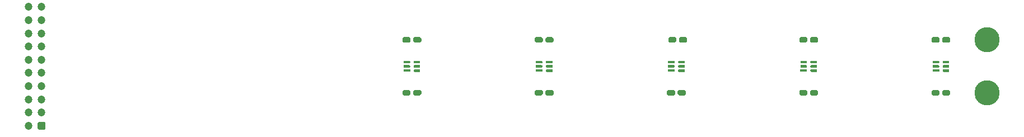
<source format=gbr>
%TF.GenerationSoftware,KiCad,Pcbnew,(5.1.7)-1*%
%TF.CreationDate,2020-11-11T22:14:19+01:00*%
%TF.ProjectId,rgb_sensor_v2,7267625f-7365-46e7-936f-725f76322e6b,rev?*%
%TF.SameCoordinates,Original*%
%TF.FileFunction,Soldermask,Bot*%
%TF.FilePolarity,Negative*%
%FSLAX46Y46*%
G04 Gerber Fmt 4.6, Leading zero omitted, Abs format (unit mm)*
G04 Created by KiCad (PCBNEW (5.1.7)-1) date 2020-11-11 22:14:19*
%MOMM*%
%LPD*%
G01*
G04 APERTURE LIST*
%ADD10C,1.200000*%
%ADD11C,3.800000*%
%ADD12C,0.100000*%
%ADD13R,1.000000X0.400000*%
G04 APERTURE END LIST*
D10*
%TO.C,J1*%
X90400000Y-88500000D03*
X90400000Y-90500000D03*
X90400000Y-92500000D03*
X90400000Y-94500000D03*
X90400000Y-96500000D03*
X90400000Y-98500000D03*
X90400000Y-100500000D03*
X90400000Y-102500000D03*
X90400000Y-104500000D03*
X90400000Y-106500000D03*
X92400000Y-88500000D03*
X92400000Y-90500000D03*
X92400000Y-92500000D03*
X92400000Y-94500000D03*
X92400000Y-96500000D03*
X92400000Y-98500000D03*
X92400000Y-100500000D03*
X92400000Y-102500000D03*
X92400000Y-104500000D03*
G36*
G01*
X92750001Y-107100000D02*
X92049999Y-107100000D01*
G75*
G02*
X91800000Y-106850001I0J249999D01*
G01*
X91800000Y-106149999D01*
G75*
G02*
X92049999Y-105900000I249999J0D01*
G01*
X92750001Y-105900000D01*
G75*
G02*
X93000000Y-106149999I0J-249999D01*
G01*
X93000000Y-106850001D01*
G75*
G02*
X92750001Y-107100000I-249999J0D01*
G01*
G37*
%TD*%
D11*
%TO.C,H2*%
X235400000Y-101500000D03*
%TD*%
%TO.C,H1*%
X235400000Y-93500000D03*
%TD*%
D12*
%TO.C,U5*%
G36*
X149650000Y-98349999D02*
G01*
X148850000Y-98349999D01*
X148834308Y-98349382D01*
X148818713Y-98347537D01*
X148803311Y-98344473D01*
X148788197Y-98340210D01*
X148773463Y-98334775D01*
X148759202Y-98328200D01*
X148745500Y-98320527D01*
X148732443Y-98311802D01*
X148720110Y-98302080D01*
X148708579Y-98291420D01*
X148697919Y-98279889D01*
X148688197Y-98267556D01*
X148679472Y-98254499D01*
X148671799Y-98240797D01*
X148665224Y-98226536D01*
X148659789Y-98211802D01*
X148655526Y-98196688D01*
X148652462Y-98181286D01*
X148650617Y-98165691D01*
X148650000Y-98149999D01*
X148650617Y-98134307D01*
X148652462Y-98118712D01*
X148655526Y-98103310D01*
X148659789Y-98088196D01*
X148665224Y-98073462D01*
X148671799Y-98059201D01*
X148679472Y-98045499D01*
X148688197Y-98032442D01*
X148697919Y-98020109D01*
X148708579Y-98008578D01*
X148720110Y-97997918D01*
X148732443Y-97988196D01*
X148745500Y-97979471D01*
X148759202Y-97971798D01*
X148773463Y-97965223D01*
X148788197Y-97959788D01*
X148803311Y-97955525D01*
X148818713Y-97952461D01*
X148834308Y-97950616D01*
X148850000Y-97949999D01*
X149650000Y-97949999D01*
X149650000Y-98349999D01*
G37*
G36*
X149650000Y-97699999D02*
G01*
X148850000Y-97699999D01*
X148834308Y-97699382D01*
X148818713Y-97697537D01*
X148803311Y-97694473D01*
X148788197Y-97690210D01*
X148773463Y-97684775D01*
X148759202Y-97678200D01*
X148745500Y-97670527D01*
X148732443Y-97661802D01*
X148720110Y-97652080D01*
X148708579Y-97641420D01*
X148697919Y-97629889D01*
X148688197Y-97617556D01*
X148679472Y-97604499D01*
X148671799Y-97590797D01*
X148665224Y-97576536D01*
X148659789Y-97561802D01*
X148655526Y-97546688D01*
X148652462Y-97531286D01*
X148650617Y-97515691D01*
X148650000Y-97499999D01*
X148650617Y-97484307D01*
X148652462Y-97468712D01*
X148655526Y-97453310D01*
X148659789Y-97438196D01*
X148665224Y-97423462D01*
X148671799Y-97409201D01*
X148679472Y-97395499D01*
X148688197Y-97382442D01*
X148697919Y-97370109D01*
X148708579Y-97358578D01*
X148720110Y-97347918D01*
X148732443Y-97338196D01*
X148745500Y-97329471D01*
X148759202Y-97321798D01*
X148773463Y-97315223D01*
X148788197Y-97309788D01*
X148803311Y-97305525D01*
X148818713Y-97302461D01*
X148834308Y-97300616D01*
X148850000Y-97299999D01*
X149650000Y-97299999D01*
X149650000Y-97699999D01*
G37*
G36*
X149650000Y-97049999D02*
G01*
X148850000Y-97049999D01*
X148834308Y-97049382D01*
X148818713Y-97047537D01*
X148803311Y-97044473D01*
X148788197Y-97040210D01*
X148773463Y-97034775D01*
X148759202Y-97028200D01*
X148745500Y-97020527D01*
X148732443Y-97011802D01*
X148720110Y-97002080D01*
X148708579Y-96991420D01*
X148697919Y-96979889D01*
X148688197Y-96967556D01*
X148679472Y-96954499D01*
X148671799Y-96940797D01*
X148665224Y-96926536D01*
X148659789Y-96911802D01*
X148655526Y-96896688D01*
X148652462Y-96881286D01*
X148650617Y-96865691D01*
X148650000Y-96849999D01*
X148650617Y-96834307D01*
X148652462Y-96818712D01*
X148655526Y-96803310D01*
X148659789Y-96788196D01*
X148665224Y-96773462D01*
X148671799Y-96759201D01*
X148679472Y-96745499D01*
X148688197Y-96732442D01*
X148697919Y-96720109D01*
X148708579Y-96708578D01*
X148720110Y-96697918D01*
X148732443Y-96688196D01*
X148745500Y-96679471D01*
X148759202Y-96671798D01*
X148773463Y-96665223D01*
X148788197Y-96659788D01*
X148803311Y-96655525D01*
X148818713Y-96652461D01*
X148834308Y-96650616D01*
X148850000Y-96649999D01*
X149650000Y-96649999D01*
X149650000Y-97049999D01*
G37*
G36*
X147965692Y-96650616D02*
G01*
X147981287Y-96652461D01*
X147996689Y-96655525D01*
X148011803Y-96659788D01*
X148026537Y-96665223D01*
X148040798Y-96671798D01*
X148054500Y-96679471D01*
X148067557Y-96688196D01*
X148079890Y-96697918D01*
X148091421Y-96708578D01*
X148102081Y-96720109D01*
X148111803Y-96732442D01*
X148120528Y-96745499D01*
X148128201Y-96759201D01*
X148134776Y-96773462D01*
X148140211Y-96788196D01*
X148144474Y-96803310D01*
X148147538Y-96818712D01*
X148149383Y-96834307D01*
X148150000Y-96849999D01*
X148149383Y-96865691D01*
X148147538Y-96881286D01*
X148144474Y-96896688D01*
X148140211Y-96911802D01*
X148134776Y-96926536D01*
X148128201Y-96940797D01*
X148120528Y-96954499D01*
X148111803Y-96967556D01*
X148102081Y-96979889D01*
X148091421Y-96991420D01*
X148079890Y-97002080D01*
X148067557Y-97011802D01*
X148054500Y-97020527D01*
X148040798Y-97028200D01*
X148026537Y-97034775D01*
X148011803Y-97040210D01*
X147996689Y-97044473D01*
X147981287Y-97047537D01*
X147965692Y-97049382D01*
X147950000Y-97049999D01*
X147150000Y-97049999D01*
X147150000Y-96649999D01*
X147950000Y-96649999D01*
X147965692Y-96650616D01*
G37*
G36*
X147965692Y-97300616D02*
G01*
X147981287Y-97302461D01*
X147996689Y-97305525D01*
X148011803Y-97309788D01*
X148026537Y-97315223D01*
X148040798Y-97321798D01*
X148054500Y-97329471D01*
X148067557Y-97338196D01*
X148079890Y-97347918D01*
X148091421Y-97358578D01*
X148102081Y-97370109D01*
X148111803Y-97382442D01*
X148120528Y-97395499D01*
X148128201Y-97409201D01*
X148134776Y-97423462D01*
X148140211Y-97438196D01*
X148144474Y-97453310D01*
X148147538Y-97468712D01*
X148149383Y-97484307D01*
X148150000Y-97499999D01*
X148149383Y-97515691D01*
X148147538Y-97531286D01*
X148144474Y-97546688D01*
X148140211Y-97561802D01*
X148134776Y-97576536D01*
X148128201Y-97590797D01*
X148120528Y-97604499D01*
X148111803Y-97617556D01*
X148102081Y-97629889D01*
X148091421Y-97641420D01*
X148079890Y-97652080D01*
X148067557Y-97661802D01*
X148054500Y-97670527D01*
X148040798Y-97678200D01*
X148026537Y-97684775D01*
X148011803Y-97690210D01*
X147996689Y-97694473D01*
X147981287Y-97697537D01*
X147965692Y-97699382D01*
X147950000Y-97699999D01*
X147150000Y-97699999D01*
X147150000Y-97299999D01*
X147950000Y-97299999D01*
X147965692Y-97300616D01*
G37*
D13*
X147650000Y-98149999D03*
%TD*%
D12*
%TO.C,U4*%
G36*
X169650000Y-98349999D02*
G01*
X168850000Y-98349999D01*
X168834308Y-98349382D01*
X168818713Y-98347537D01*
X168803311Y-98344473D01*
X168788197Y-98340210D01*
X168773463Y-98334775D01*
X168759202Y-98328200D01*
X168745500Y-98320527D01*
X168732443Y-98311802D01*
X168720110Y-98302080D01*
X168708579Y-98291420D01*
X168697919Y-98279889D01*
X168688197Y-98267556D01*
X168679472Y-98254499D01*
X168671799Y-98240797D01*
X168665224Y-98226536D01*
X168659789Y-98211802D01*
X168655526Y-98196688D01*
X168652462Y-98181286D01*
X168650617Y-98165691D01*
X168650000Y-98149999D01*
X168650617Y-98134307D01*
X168652462Y-98118712D01*
X168655526Y-98103310D01*
X168659789Y-98088196D01*
X168665224Y-98073462D01*
X168671799Y-98059201D01*
X168679472Y-98045499D01*
X168688197Y-98032442D01*
X168697919Y-98020109D01*
X168708579Y-98008578D01*
X168720110Y-97997918D01*
X168732443Y-97988196D01*
X168745500Y-97979471D01*
X168759202Y-97971798D01*
X168773463Y-97965223D01*
X168788197Y-97959788D01*
X168803311Y-97955525D01*
X168818713Y-97952461D01*
X168834308Y-97950616D01*
X168850000Y-97949999D01*
X169650000Y-97949999D01*
X169650000Y-98349999D01*
G37*
G36*
X169650000Y-97699999D02*
G01*
X168850000Y-97699999D01*
X168834308Y-97699382D01*
X168818713Y-97697537D01*
X168803311Y-97694473D01*
X168788197Y-97690210D01*
X168773463Y-97684775D01*
X168759202Y-97678200D01*
X168745500Y-97670527D01*
X168732443Y-97661802D01*
X168720110Y-97652080D01*
X168708579Y-97641420D01*
X168697919Y-97629889D01*
X168688197Y-97617556D01*
X168679472Y-97604499D01*
X168671799Y-97590797D01*
X168665224Y-97576536D01*
X168659789Y-97561802D01*
X168655526Y-97546688D01*
X168652462Y-97531286D01*
X168650617Y-97515691D01*
X168650000Y-97499999D01*
X168650617Y-97484307D01*
X168652462Y-97468712D01*
X168655526Y-97453310D01*
X168659789Y-97438196D01*
X168665224Y-97423462D01*
X168671799Y-97409201D01*
X168679472Y-97395499D01*
X168688197Y-97382442D01*
X168697919Y-97370109D01*
X168708579Y-97358578D01*
X168720110Y-97347918D01*
X168732443Y-97338196D01*
X168745500Y-97329471D01*
X168759202Y-97321798D01*
X168773463Y-97315223D01*
X168788197Y-97309788D01*
X168803311Y-97305525D01*
X168818713Y-97302461D01*
X168834308Y-97300616D01*
X168850000Y-97299999D01*
X169650000Y-97299999D01*
X169650000Y-97699999D01*
G37*
G36*
X169650000Y-97049999D02*
G01*
X168850000Y-97049999D01*
X168834308Y-97049382D01*
X168818713Y-97047537D01*
X168803311Y-97044473D01*
X168788197Y-97040210D01*
X168773463Y-97034775D01*
X168759202Y-97028200D01*
X168745500Y-97020527D01*
X168732443Y-97011802D01*
X168720110Y-97002080D01*
X168708579Y-96991420D01*
X168697919Y-96979889D01*
X168688197Y-96967556D01*
X168679472Y-96954499D01*
X168671799Y-96940797D01*
X168665224Y-96926536D01*
X168659789Y-96911802D01*
X168655526Y-96896688D01*
X168652462Y-96881286D01*
X168650617Y-96865691D01*
X168650000Y-96849999D01*
X168650617Y-96834307D01*
X168652462Y-96818712D01*
X168655526Y-96803310D01*
X168659789Y-96788196D01*
X168665224Y-96773462D01*
X168671799Y-96759201D01*
X168679472Y-96745499D01*
X168688197Y-96732442D01*
X168697919Y-96720109D01*
X168708579Y-96708578D01*
X168720110Y-96697918D01*
X168732443Y-96688196D01*
X168745500Y-96679471D01*
X168759202Y-96671798D01*
X168773463Y-96665223D01*
X168788197Y-96659788D01*
X168803311Y-96655525D01*
X168818713Y-96652461D01*
X168834308Y-96650616D01*
X168850000Y-96649999D01*
X169650000Y-96649999D01*
X169650000Y-97049999D01*
G37*
G36*
X167965692Y-96650616D02*
G01*
X167981287Y-96652461D01*
X167996689Y-96655525D01*
X168011803Y-96659788D01*
X168026537Y-96665223D01*
X168040798Y-96671798D01*
X168054500Y-96679471D01*
X168067557Y-96688196D01*
X168079890Y-96697918D01*
X168091421Y-96708578D01*
X168102081Y-96720109D01*
X168111803Y-96732442D01*
X168120528Y-96745499D01*
X168128201Y-96759201D01*
X168134776Y-96773462D01*
X168140211Y-96788196D01*
X168144474Y-96803310D01*
X168147538Y-96818712D01*
X168149383Y-96834307D01*
X168150000Y-96849999D01*
X168149383Y-96865691D01*
X168147538Y-96881286D01*
X168144474Y-96896688D01*
X168140211Y-96911802D01*
X168134776Y-96926536D01*
X168128201Y-96940797D01*
X168120528Y-96954499D01*
X168111803Y-96967556D01*
X168102081Y-96979889D01*
X168091421Y-96991420D01*
X168079890Y-97002080D01*
X168067557Y-97011802D01*
X168054500Y-97020527D01*
X168040798Y-97028200D01*
X168026537Y-97034775D01*
X168011803Y-97040210D01*
X167996689Y-97044473D01*
X167981287Y-97047537D01*
X167965692Y-97049382D01*
X167950000Y-97049999D01*
X167150000Y-97049999D01*
X167150000Y-96649999D01*
X167950000Y-96649999D01*
X167965692Y-96650616D01*
G37*
G36*
X167965692Y-97300616D02*
G01*
X167981287Y-97302461D01*
X167996689Y-97305525D01*
X168011803Y-97309788D01*
X168026537Y-97315223D01*
X168040798Y-97321798D01*
X168054500Y-97329471D01*
X168067557Y-97338196D01*
X168079890Y-97347918D01*
X168091421Y-97358578D01*
X168102081Y-97370109D01*
X168111803Y-97382442D01*
X168120528Y-97395499D01*
X168128201Y-97409201D01*
X168134776Y-97423462D01*
X168140211Y-97438196D01*
X168144474Y-97453310D01*
X168147538Y-97468712D01*
X168149383Y-97484307D01*
X168150000Y-97499999D01*
X168149383Y-97515691D01*
X168147538Y-97531286D01*
X168144474Y-97546688D01*
X168140211Y-97561802D01*
X168134776Y-97576536D01*
X168128201Y-97590797D01*
X168120528Y-97604499D01*
X168111803Y-97617556D01*
X168102081Y-97629889D01*
X168091421Y-97641420D01*
X168079890Y-97652080D01*
X168067557Y-97661802D01*
X168054500Y-97670527D01*
X168040798Y-97678200D01*
X168026537Y-97684775D01*
X168011803Y-97690210D01*
X167996689Y-97694473D01*
X167981287Y-97697537D01*
X167965692Y-97699382D01*
X167950000Y-97699999D01*
X167150000Y-97699999D01*
X167150000Y-97299999D01*
X167950000Y-97299999D01*
X167965692Y-97300616D01*
G37*
D13*
X167650000Y-98149999D03*
%TD*%
D12*
%TO.C,U3*%
G36*
X189650000Y-98349999D02*
G01*
X188850000Y-98349999D01*
X188834308Y-98349382D01*
X188818713Y-98347537D01*
X188803311Y-98344473D01*
X188788197Y-98340210D01*
X188773463Y-98334775D01*
X188759202Y-98328200D01*
X188745500Y-98320527D01*
X188732443Y-98311802D01*
X188720110Y-98302080D01*
X188708579Y-98291420D01*
X188697919Y-98279889D01*
X188688197Y-98267556D01*
X188679472Y-98254499D01*
X188671799Y-98240797D01*
X188665224Y-98226536D01*
X188659789Y-98211802D01*
X188655526Y-98196688D01*
X188652462Y-98181286D01*
X188650617Y-98165691D01*
X188650000Y-98149999D01*
X188650617Y-98134307D01*
X188652462Y-98118712D01*
X188655526Y-98103310D01*
X188659789Y-98088196D01*
X188665224Y-98073462D01*
X188671799Y-98059201D01*
X188679472Y-98045499D01*
X188688197Y-98032442D01*
X188697919Y-98020109D01*
X188708579Y-98008578D01*
X188720110Y-97997918D01*
X188732443Y-97988196D01*
X188745500Y-97979471D01*
X188759202Y-97971798D01*
X188773463Y-97965223D01*
X188788197Y-97959788D01*
X188803311Y-97955525D01*
X188818713Y-97952461D01*
X188834308Y-97950616D01*
X188850000Y-97949999D01*
X189650000Y-97949999D01*
X189650000Y-98349999D01*
G37*
G36*
X189650000Y-97699999D02*
G01*
X188850000Y-97699999D01*
X188834308Y-97699382D01*
X188818713Y-97697537D01*
X188803311Y-97694473D01*
X188788197Y-97690210D01*
X188773463Y-97684775D01*
X188759202Y-97678200D01*
X188745500Y-97670527D01*
X188732443Y-97661802D01*
X188720110Y-97652080D01*
X188708579Y-97641420D01*
X188697919Y-97629889D01*
X188688197Y-97617556D01*
X188679472Y-97604499D01*
X188671799Y-97590797D01*
X188665224Y-97576536D01*
X188659789Y-97561802D01*
X188655526Y-97546688D01*
X188652462Y-97531286D01*
X188650617Y-97515691D01*
X188650000Y-97499999D01*
X188650617Y-97484307D01*
X188652462Y-97468712D01*
X188655526Y-97453310D01*
X188659789Y-97438196D01*
X188665224Y-97423462D01*
X188671799Y-97409201D01*
X188679472Y-97395499D01*
X188688197Y-97382442D01*
X188697919Y-97370109D01*
X188708579Y-97358578D01*
X188720110Y-97347918D01*
X188732443Y-97338196D01*
X188745500Y-97329471D01*
X188759202Y-97321798D01*
X188773463Y-97315223D01*
X188788197Y-97309788D01*
X188803311Y-97305525D01*
X188818713Y-97302461D01*
X188834308Y-97300616D01*
X188850000Y-97299999D01*
X189650000Y-97299999D01*
X189650000Y-97699999D01*
G37*
G36*
X189650000Y-97049999D02*
G01*
X188850000Y-97049999D01*
X188834308Y-97049382D01*
X188818713Y-97047537D01*
X188803311Y-97044473D01*
X188788197Y-97040210D01*
X188773463Y-97034775D01*
X188759202Y-97028200D01*
X188745500Y-97020527D01*
X188732443Y-97011802D01*
X188720110Y-97002080D01*
X188708579Y-96991420D01*
X188697919Y-96979889D01*
X188688197Y-96967556D01*
X188679472Y-96954499D01*
X188671799Y-96940797D01*
X188665224Y-96926536D01*
X188659789Y-96911802D01*
X188655526Y-96896688D01*
X188652462Y-96881286D01*
X188650617Y-96865691D01*
X188650000Y-96849999D01*
X188650617Y-96834307D01*
X188652462Y-96818712D01*
X188655526Y-96803310D01*
X188659789Y-96788196D01*
X188665224Y-96773462D01*
X188671799Y-96759201D01*
X188679472Y-96745499D01*
X188688197Y-96732442D01*
X188697919Y-96720109D01*
X188708579Y-96708578D01*
X188720110Y-96697918D01*
X188732443Y-96688196D01*
X188745500Y-96679471D01*
X188759202Y-96671798D01*
X188773463Y-96665223D01*
X188788197Y-96659788D01*
X188803311Y-96655525D01*
X188818713Y-96652461D01*
X188834308Y-96650616D01*
X188850000Y-96649999D01*
X189650000Y-96649999D01*
X189650000Y-97049999D01*
G37*
G36*
X187965692Y-96650616D02*
G01*
X187981287Y-96652461D01*
X187996689Y-96655525D01*
X188011803Y-96659788D01*
X188026537Y-96665223D01*
X188040798Y-96671798D01*
X188054500Y-96679471D01*
X188067557Y-96688196D01*
X188079890Y-96697918D01*
X188091421Y-96708578D01*
X188102081Y-96720109D01*
X188111803Y-96732442D01*
X188120528Y-96745499D01*
X188128201Y-96759201D01*
X188134776Y-96773462D01*
X188140211Y-96788196D01*
X188144474Y-96803310D01*
X188147538Y-96818712D01*
X188149383Y-96834307D01*
X188150000Y-96849999D01*
X188149383Y-96865691D01*
X188147538Y-96881286D01*
X188144474Y-96896688D01*
X188140211Y-96911802D01*
X188134776Y-96926536D01*
X188128201Y-96940797D01*
X188120528Y-96954499D01*
X188111803Y-96967556D01*
X188102081Y-96979889D01*
X188091421Y-96991420D01*
X188079890Y-97002080D01*
X188067557Y-97011802D01*
X188054500Y-97020527D01*
X188040798Y-97028200D01*
X188026537Y-97034775D01*
X188011803Y-97040210D01*
X187996689Y-97044473D01*
X187981287Y-97047537D01*
X187965692Y-97049382D01*
X187950000Y-97049999D01*
X187150000Y-97049999D01*
X187150000Y-96649999D01*
X187950000Y-96649999D01*
X187965692Y-96650616D01*
G37*
G36*
X187965692Y-97300616D02*
G01*
X187981287Y-97302461D01*
X187996689Y-97305525D01*
X188011803Y-97309788D01*
X188026537Y-97315223D01*
X188040798Y-97321798D01*
X188054500Y-97329471D01*
X188067557Y-97338196D01*
X188079890Y-97347918D01*
X188091421Y-97358578D01*
X188102081Y-97370109D01*
X188111803Y-97382442D01*
X188120528Y-97395499D01*
X188128201Y-97409201D01*
X188134776Y-97423462D01*
X188140211Y-97438196D01*
X188144474Y-97453310D01*
X188147538Y-97468712D01*
X188149383Y-97484307D01*
X188150000Y-97499999D01*
X188149383Y-97515691D01*
X188147538Y-97531286D01*
X188144474Y-97546688D01*
X188140211Y-97561802D01*
X188134776Y-97576536D01*
X188128201Y-97590797D01*
X188120528Y-97604499D01*
X188111803Y-97617556D01*
X188102081Y-97629889D01*
X188091421Y-97641420D01*
X188079890Y-97652080D01*
X188067557Y-97661802D01*
X188054500Y-97670527D01*
X188040798Y-97678200D01*
X188026537Y-97684775D01*
X188011803Y-97690210D01*
X187996689Y-97694473D01*
X187981287Y-97697537D01*
X187965692Y-97699382D01*
X187950000Y-97699999D01*
X187150000Y-97699999D01*
X187150000Y-97299999D01*
X187950000Y-97299999D01*
X187965692Y-97300616D01*
G37*
D13*
X187650000Y-98149999D03*
%TD*%
D12*
%TO.C,U2*%
G36*
X209650000Y-98349999D02*
G01*
X208850000Y-98349999D01*
X208834308Y-98349382D01*
X208818713Y-98347537D01*
X208803311Y-98344473D01*
X208788197Y-98340210D01*
X208773463Y-98334775D01*
X208759202Y-98328200D01*
X208745500Y-98320527D01*
X208732443Y-98311802D01*
X208720110Y-98302080D01*
X208708579Y-98291420D01*
X208697919Y-98279889D01*
X208688197Y-98267556D01*
X208679472Y-98254499D01*
X208671799Y-98240797D01*
X208665224Y-98226536D01*
X208659789Y-98211802D01*
X208655526Y-98196688D01*
X208652462Y-98181286D01*
X208650617Y-98165691D01*
X208650000Y-98149999D01*
X208650617Y-98134307D01*
X208652462Y-98118712D01*
X208655526Y-98103310D01*
X208659789Y-98088196D01*
X208665224Y-98073462D01*
X208671799Y-98059201D01*
X208679472Y-98045499D01*
X208688197Y-98032442D01*
X208697919Y-98020109D01*
X208708579Y-98008578D01*
X208720110Y-97997918D01*
X208732443Y-97988196D01*
X208745500Y-97979471D01*
X208759202Y-97971798D01*
X208773463Y-97965223D01*
X208788197Y-97959788D01*
X208803311Y-97955525D01*
X208818713Y-97952461D01*
X208834308Y-97950616D01*
X208850000Y-97949999D01*
X209650000Y-97949999D01*
X209650000Y-98349999D01*
G37*
G36*
X209650000Y-97699999D02*
G01*
X208850000Y-97699999D01*
X208834308Y-97699382D01*
X208818713Y-97697537D01*
X208803311Y-97694473D01*
X208788197Y-97690210D01*
X208773463Y-97684775D01*
X208759202Y-97678200D01*
X208745500Y-97670527D01*
X208732443Y-97661802D01*
X208720110Y-97652080D01*
X208708579Y-97641420D01*
X208697919Y-97629889D01*
X208688197Y-97617556D01*
X208679472Y-97604499D01*
X208671799Y-97590797D01*
X208665224Y-97576536D01*
X208659789Y-97561802D01*
X208655526Y-97546688D01*
X208652462Y-97531286D01*
X208650617Y-97515691D01*
X208650000Y-97499999D01*
X208650617Y-97484307D01*
X208652462Y-97468712D01*
X208655526Y-97453310D01*
X208659789Y-97438196D01*
X208665224Y-97423462D01*
X208671799Y-97409201D01*
X208679472Y-97395499D01*
X208688197Y-97382442D01*
X208697919Y-97370109D01*
X208708579Y-97358578D01*
X208720110Y-97347918D01*
X208732443Y-97338196D01*
X208745500Y-97329471D01*
X208759202Y-97321798D01*
X208773463Y-97315223D01*
X208788197Y-97309788D01*
X208803311Y-97305525D01*
X208818713Y-97302461D01*
X208834308Y-97300616D01*
X208850000Y-97299999D01*
X209650000Y-97299999D01*
X209650000Y-97699999D01*
G37*
G36*
X209650000Y-97049999D02*
G01*
X208850000Y-97049999D01*
X208834308Y-97049382D01*
X208818713Y-97047537D01*
X208803311Y-97044473D01*
X208788197Y-97040210D01*
X208773463Y-97034775D01*
X208759202Y-97028200D01*
X208745500Y-97020527D01*
X208732443Y-97011802D01*
X208720110Y-97002080D01*
X208708579Y-96991420D01*
X208697919Y-96979889D01*
X208688197Y-96967556D01*
X208679472Y-96954499D01*
X208671799Y-96940797D01*
X208665224Y-96926536D01*
X208659789Y-96911802D01*
X208655526Y-96896688D01*
X208652462Y-96881286D01*
X208650617Y-96865691D01*
X208650000Y-96849999D01*
X208650617Y-96834307D01*
X208652462Y-96818712D01*
X208655526Y-96803310D01*
X208659789Y-96788196D01*
X208665224Y-96773462D01*
X208671799Y-96759201D01*
X208679472Y-96745499D01*
X208688197Y-96732442D01*
X208697919Y-96720109D01*
X208708579Y-96708578D01*
X208720110Y-96697918D01*
X208732443Y-96688196D01*
X208745500Y-96679471D01*
X208759202Y-96671798D01*
X208773463Y-96665223D01*
X208788197Y-96659788D01*
X208803311Y-96655525D01*
X208818713Y-96652461D01*
X208834308Y-96650616D01*
X208850000Y-96649999D01*
X209650000Y-96649999D01*
X209650000Y-97049999D01*
G37*
G36*
X207965692Y-96650616D02*
G01*
X207981287Y-96652461D01*
X207996689Y-96655525D01*
X208011803Y-96659788D01*
X208026537Y-96665223D01*
X208040798Y-96671798D01*
X208054500Y-96679471D01*
X208067557Y-96688196D01*
X208079890Y-96697918D01*
X208091421Y-96708578D01*
X208102081Y-96720109D01*
X208111803Y-96732442D01*
X208120528Y-96745499D01*
X208128201Y-96759201D01*
X208134776Y-96773462D01*
X208140211Y-96788196D01*
X208144474Y-96803310D01*
X208147538Y-96818712D01*
X208149383Y-96834307D01*
X208150000Y-96849999D01*
X208149383Y-96865691D01*
X208147538Y-96881286D01*
X208144474Y-96896688D01*
X208140211Y-96911802D01*
X208134776Y-96926536D01*
X208128201Y-96940797D01*
X208120528Y-96954499D01*
X208111803Y-96967556D01*
X208102081Y-96979889D01*
X208091421Y-96991420D01*
X208079890Y-97002080D01*
X208067557Y-97011802D01*
X208054500Y-97020527D01*
X208040798Y-97028200D01*
X208026537Y-97034775D01*
X208011803Y-97040210D01*
X207996689Y-97044473D01*
X207981287Y-97047537D01*
X207965692Y-97049382D01*
X207950000Y-97049999D01*
X207150000Y-97049999D01*
X207150000Y-96649999D01*
X207950000Y-96649999D01*
X207965692Y-96650616D01*
G37*
G36*
X207965692Y-97300616D02*
G01*
X207981287Y-97302461D01*
X207996689Y-97305525D01*
X208011803Y-97309788D01*
X208026537Y-97315223D01*
X208040798Y-97321798D01*
X208054500Y-97329471D01*
X208067557Y-97338196D01*
X208079890Y-97347918D01*
X208091421Y-97358578D01*
X208102081Y-97370109D01*
X208111803Y-97382442D01*
X208120528Y-97395499D01*
X208128201Y-97409201D01*
X208134776Y-97423462D01*
X208140211Y-97438196D01*
X208144474Y-97453310D01*
X208147538Y-97468712D01*
X208149383Y-97484307D01*
X208150000Y-97499999D01*
X208149383Y-97515691D01*
X208147538Y-97531286D01*
X208144474Y-97546688D01*
X208140211Y-97561802D01*
X208134776Y-97576536D01*
X208128201Y-97590797D01*
X208120528Y-97604499D01*
X208111803Y-97617556D01*
X208102081Y-97629889D01*
X208091421Y-97641420D01*
X208079890Y-97652080D01*
X208067557Y-97661802D01*
X208054500Y-97670527D01*
X208040798Y-97678200D01*
X208026537Y-97684775D01*
X208011803Y-97690210D01*
X207996689Y-97694473D01*
X207981287Y-97697537D01*
X207965692Y-97699382D01*
X207950000Y-97699999D01*
X207150000Y-97699999D01*
X207150000Y-97299999D01*
X207950000Y-97299999D01*
X207965692Y-97300616D01*
G37*
D13*
X207650000Y-98149999D03*
%TD*%
D12*
%TO.C,U1*%
G36*
X229650000Y-98349999D02*
G01*
X228850000Y-98349999D01*
X228834308Y-98349382D01*
X228818713Y-98347537D01*
X228803311Y-98344473D01*
X228788197Y-98340210D01*
X228773463Y-98334775D01*
X228759202Y-98328200D01*
X228745500Y-98320527D01*
X228732443Y-98311802D01*
X228720110Y-98302080D01*
X228708579Y-98291420D01*
X228697919Y-98279889D01*
X228688197Y-98267556D01*
X228679472Y-98254499D01*
X228671799Y-98240797D01*
X228665224Y-98226536D01*
X228659789Y-98211802D01*
X228655526Y-98196688D01*
X228652462Y-98181286D01*
X228650617Y-98165691D01*
X228650000Y-98149999D01*
X228650617Y-98134307D01*
X228652462Y-98118712D01*
X228655526Y-98103310D01*
X228659789Y-98088196D01*
X228665224Y-98073462D01*
X228671799Y-98059201D01*
X228679472Y-98045499D01*
X228688197Y-98032442D01*
X228697919Y-98020109D01*
X228708579Y-98008578D01*
X228720110Y-97997918D01*
X228732443Y-97988196D01*
X228745500Y-97979471D01*
X228759202Y-97971798D01*
X228773463Y-97965223D01*
X228788197Y-97959788D01*
X228803311Y-97955525D01*
X228818713Y-97952461D01*
X228834308Y-97950616D01*
X228850000Y-97949999D01*
X229650000Y-97949999D01*
X229650000Y-98349999D01*
G37*
G36*
X229650000Y-97699999D02*
G01*
X228850000Y-97699999D01*
X228834308Y-97699382D01*
X228818713Y-97697537D01*
X228803311Y-97694473D01*
X228788197Y-97690210D01*
X228773463Y-97684775D01*
X228759202Y-97678200D01*
X228745500Y-97670527D01*
X228732443Y-97661802D01*
X228720110Y-97652080D01*
X228708579Y-97641420D01*
X228697919Y-97629889D01*
X228688197Y-97617556D01*
X228679472Y-97604499D01*
X228671799Y-97590797D01*
X228665224Y-97576536D01*
X228659789Y-97561802D01*
X228655526Y-97546688D01*
X228652462Y-97531286D01*
X228650617Y-97515691D01*
X228650000Y-97499999D01*
X228650617Y-97484307D01*
X228652462Y-97468712D01*
X228655526Y-97453310D01*
X228659789Y-97438196D01*
X228665224Y-97423462D01*
X228671799Y-97409201D01*
X228679472Y-97395499D01*
X228688197Y-97382442D01*
X228697919Y-97370109D01*
X228708579Y-97358578D01*
X228720110Y-97347918D01*
X228732443Y-97338196D01*
X228745500Y-97329471D01*
X228759202Y-97321798D01*
X228773463Y-97315223D01*
X228788197Y-97309788D01*
X228803311Y-97305525D01*
X228818713Y-97302461D01*
X228834308Y-97300616D01*
X228850000Y-97299999D01*
X229650000Y-97299999D01*
X229650000Y-97699999D01*
G37*
G36*
X229650000Y-97049999D02*
G01*
X228850000Y-97049999D01*
X228834308Y-97049382D01*
X228818713Y-97047537D01*
X228803311Y-97044473D01*
X228788197Y-97040210D01*
X228773463Y-97034775D01*
X228759202Y-97028200D01*
X228745500Y-97020527D01*
X228732443Y-97011802D01*
X228720110Y-97002080D01*
X228708579Y-96991420D01*
X228697919Y-96979889D01*
X228688197Y-96967556D01*
X228679472Y-96954499D01*
X228671799Y-96940797D01*
X228665224Y-96926536D01*
X228659789Y-96911802D01*
X228655526Y-96896688D01*
X228652462Y-96881286D01*
X228650617Y-96865691D01*
X228650000Y-96849999D01*
X228650617Y-96834307D01*
X228652462Y-96818712D01*
X228655526Y-96803310D01*
X228659789Y-96788196D01*
X228665224Y-96773462D01*
X228671799Y-96759201D01*
X228679472Y-96745499D01*
X228688197Y-96732442D01*
X228697919Y-96720109D01*
X228708579Y-96708578D01*
X228720110Y-96697918D01*
X228732443Y-96688196D01*
X228745500Y-96679471D01*
X228759202Y-96671798D01*
X228773463Y-96665223D01*
X228788197Y-96659788D01*
X228803311Y-96655525D01*
X228818713Y-96652461D01*
X228834308Y-96650616D01*
X228850000Y-96649999D01*
X229650000Y-96649999D01*
X229650000Y-97049999D01*
G37*
G36*
X227965692Y-96650616D02*
G01*
X227981287Y-96652461D01*
X227996689Y-96655525D01*
X228011803Y-96659788D01*
X228026537Y-96665223D01*
X228040798Y-96671798D01*
X228054500Y-96679471D01*
X228067557Y-96688196D01*
X228079890Y-96697918D01*
X228091421Y-96708578D01*
X228102081Y-96720109D01*
X228111803Y-96732442D01*
X228120528Y-96745499D01*
X228128201Y-96759201D01*
X228134776Y-96773462D01*
X228140211Y-96788196D01*
X228144474Y-96803310D01*
X228147538Y-96818712D01*
X228149383Y-96834307D01*
X228150000Y-96849999D01*
X228149383Y-96865691D01*
X228147538Y-96881286D01*
X228144474Y-96896688D01*
X228140211Y-96911802D01*
X228134776Y-96926536D01*
X228128201Y-96940797D01*
X228120528Y-96954499D01*
X228111803Y-96967556D01*
X228102081Y-96979889D01*
X228091421Y-96991420D01*
X228079890Y-97002080D01*
X228067557Y-97011802D01*
X228054500Y-97020527D01*
X228040798Y-97028200D01*
X228026537Y-97034775D01*
X228011803Y-97040210D01*
X227996689Y-97044473D01*
X227981287Y-97047537D01*
X227965692Y-97049382D01*
X227950000Y-97049999D01*
X227150000Y-97049999D01*
X227150000Y-96649999D01*
X227950000Y-96649999D01*
X227965692Y-96650616D01*
G37*
G36*
X227965692Y-97300616D02*
G01*
X227981287Y-97302461D01*
X227996689Y-97305525D01*
X228011803Y-97309788D01*
X228026537Y-97315223D01*
X228040798Y-97321798D01*
X228054500Y-97329471D01*
X228067557Y-97338196D01*
X228079890Y-97347918D01*
X228091421Y-97358578D01*
X228102081Y-97370109D01*
X228111803Y-97382442D01*
X228120528Y-97395499D01*
X228128201Y-97409201D01*
X228134776Y-97423462D01*
X228140211Y-97438196D01*
X228144474Y-97453310D01*
X228147538Y-97468712D01*
X228149383Y-97484307D01*
X228150000Y-97499999D01*
X228149383Y-97515691D01*
X228147538Y-97531286D01*
X228144474Y-97546688D01*
X228140211Y-97561802D01*
X228134776Y-97576536D01*
X228128201Y-97590797D01*
X228120528Y-97604499D01*
X228111803Y-97617556D01*
X228102081Y-97629889D01*
X228091421Y-97641420D01*
X228079890Y-97652080D01*
X228067557Y-97661802D01*
X228054500Y-97670527D01*
X228040798Y-97678200D01*
X228026537Y-97684775D01*
X228011803Y-97690210D01*
X227996689Y-97694473D01*
X227981287Y-97697537D01*
X227965692Y-97699382D01*
X227950000Y-97699999D01*
X227150000Y-97699999D01*
X227150000Y-97299999D01*
X227950000Y-97299999D01*
X227965692Y-97300616D01*
G37*
D13*
X227650000Y-98149999D03*
%TD*%
%TO.C,D10*%
G36*
G01*
X148600000Y-93712500D02*
X148600000Y-93287500D01*
G75*
G02*
X148812500Y-93075000I212500J0D01*
G01*
X149612500Y-93075000D01*
G75*
G02*
X149825000Y-93287500I0J-212500D01*
G01*
X149825000Y-93712500D01*
G75*
G02*
X149612500Y-93925000I-212500J0D01*
G01*
X148812500Y-93925000D01*
G75*
G02*
X148600000Y-93712500I0J212500D01*
G01*
G37*
G36*
G01*
X146975000Y-93712500D02*
X146975000Y-93287500D01*
G75*
G02*
X147187500Y-93075000I212500J0D01*
G01*
X147987500Y-93075000D01*
G75*
G02*
X148200000Y-93287500I0J-212500D01*
G01*
X148200000Y-93712500D01*
G75*
G02*
X147987500Y-93925000I-212500J0D01*
G01*
X147187500Y-93925000D01*
G75*
G02*
X146975000Y-93712500I0J212500D01*
G01*
G37*
%TD*%
%TO.C,D9*%
G36*
G01*
X148600000Y-101712500D02*
X148600000Y-101287500D01*
G75*
G02*
X148812500Y-101075000I212500J0D01*
G01*
X149612500Y-101075000D01*
G75*
G02*
X149825000Y-101287500I0J-212500D01*
G01*
X149825000Y-101712500D01*
G75*
G02*
X149612500Y-101925000I-212500J0D01*
G01*
X148812500Y-101925000D01*
G75*
G02*
X148600000Y-101712500I0J212500D01*
G01*
G37*
G36*
G01*
X146975000Y-101712500D02*
X146975000Y-101287500D01*
G75*
G02*
X147187500Y-101075000I212500J0D01*
G01*
X147987500Y-101075000D01*
G75*
G02*
X148200000Y-101287500I0J-212500D01*
G01*
X148200000Y-101712500D01*
G75*
G02*
X147987500Y-101925000I-212500J0D01*
G01*
X147187500Y-101925000D01*
G75*
G02*
X146975000Y-101712500I0J212500D01*
G01*
G37*
%TD*%
%TO.C,D8*%
G36*
G01*
X168600000Y-93712500D02*
X168600000Y-93287500D01*
G75*
G02*
X168812500Y-93075000I212500J0D01*
G01*
X169612500Y-93075000D01*
G75*
G02*
X169825000Y-93287500I0J-212500D01*
G01*
X169825000Y-93712500D01*
G75*
G02*
X169612500Y-93925000I-212500J0D01*
G01*
X168812500Y-93925000D01*
G75*
G02*
X168600000Y-93712500I0J212500D01*
G01*
G37*
G36*
G01*
X166975000Y-93712500D02*
X166975000Y-93287500D01*
G75*
G02*
X167187500Y-93075000I212500J0D01*
G01*
X167987500Y-93075000D01*
G75*
G02*
X168200000Y-93287500I0J-212500D01*
G01*
X168200000Y-93712500D01*
G75*
G02*
X167987500Y-93925000I-212500J0D01*
G01*
X167187500Y-93925000D01*
G75*
G02*
X166975000Y-93712500I0J212500D01*
G01*
G37*
%TD*%
%TO.C,D7*%
G36*
G01*
X168600000Y-101712500D02*
X168600000Y-101287500D01*
G75*
G02*
X168812500Y-101075000I212500J0D01*
G01*
X169612500Y-101075000D01*
G75*
G02*
X169825000Y-101287500I0J-212500D01*
G01*
X169825000Y-101712500D01*
G75*
G02*
X169612500Y-101925000I-212500J0D01*
G01*
X168812500Y-101925000D01*
G75*
G02*
X168600000Y-101712500I0J212500D01*
G01*
G37*
G36*
G01*
X166975000Y-101712500D02*
X166975000Y-101287500D01*
G75*
G02*
X167187500Y-101075000I212500J0D01*
G01*
X167987500Y-101075000D01*
G75*
G02*
X168200000Y-101287500I0J-212500D01*
G01*
X168200000Y-101712500D01*
G75*
G02*
X167987500Y-101925000I-212500J0D01*
G01*
X167187500Y-101925000D01*
G75*
G02*
X166975000Y-101712500I0J212500D01*
G01*
G37*
%TD*%
%TO.C,D6*%
G36*
G01*
X188787500Y-93712500D02*
X188787500Y-93287500D01*
G75*
G02*
X189000000Y-93075000I212500J0D01*
G01*
X189800000Y-93075000D01*
G75*
G02*
X190012500Y-93287500I0J-212500D01*
G01*
X190012500Y-93712500D01*
G75*
G02*
X189800000Y-93925000I-212500J0D01*
G01*
X189000000Y-93925000D01*
G75*
G02*
X188787500Y-93712500I0J212500D01*
G01*
G37*
G36*
G01*
X187162500Y-93712500D02*
X187162500Y-93287500D01*
G75*
G02*
X187375000Y-93075000I212500J0D01*
G01*
X188175000Y-93075000D01*
G75*
G02*
X188387500Y-93287500I0J-212500D01*
G01*
X188387500Y-93712500D01*
G75*
G02*
X188175000Y-93925000I-212500J0D01*
G01*
X187375000Y-93925000D01*
G75*
G02*
X187162500Y-93712500I0J212500D01*
G01*
G37*
%TD*%
%TO.C,D5*%
G36*
G01*
X188600000Y-101712500D02*
X188600000Y-101287500D01*
G75*
G02*
X188812500Y-101075000I212500J0D01*
G01*
X189612500Y-101075000D01*
G75*
G02*
X189825000Y-101287500I0J-212500D01*
G01*
X189825000Y-101712500D01*
G75*
G02*
X189612500Y-101925000I-212500J0D01*
G01*
X188812500Y-101925000D01*
G75*
G02*
X188600000Y-101712500I0J212500D01*
G01*
G37*
G36*
G01*
X186975000Y-101712500D02*
X186975000Y-101287500D01*
G75*
G02*
X187187500Y-101075000I212500J0D01*
G01*
X187987500Y-101075000D01*
G75*
G02*
X188200000Y-101287500I0J-212500D01*
G01*
X188200000Y-101712500D01*
G75*
G02*
X187987500Y-101925000I-212500J0D01*
G01*
X187187500Y-101925000D01*
G75*
G02*
X186975000Y-101712500I0J212500D01*
G01*
G37*
%TD*%
%TO.C,D4*%
G36*
G01*
X208600000Y-93712500D02*
X208600000Y-93287500D01*
G75*
G02*
X208812500Y-93075000I212500J0D01*
G01*
X209612500Y-93075000D01*
G75*
G02*
X209825000Y-93287500I0J-212500D01*
G01*
X209825000Y-93712500D01*
G75*
G02*
X209612500Y-93925000I-212500J0D01*
G01*
X208812500Y-93925000D01*
G75*
G02*
X208600000Y-93712500I0J212500D01*
G01*
G37*
G36*
G01*
X206975000Y-93712500D02*
X206975000Y-93287500D01*
G75*
G02*
X207187500Y-93075000I212500J0D01*
G01*
X207987500Y-93075000D01*
G75*
G02*
X208200000Y-93287500I0J-212500D01*
G01*
X208200000Y-93712500D01*
G75*
G02*
X207987500Y-93925000I-212500J0D01*
G01*
X207187500Y-93925000D01*
G75*
G02*
X206975000Y-93712500I0J212500D01*
G01*
G37*
%TD*%
%TO.C,D3*%
G36*
G01*
X208600000Y-101712500D02*
X208600000Y-101287500D01*
G75*
G02*
X208812500Y-101075000I212500J0D01*
G01*
X209612500Y-101075000D01*
G75*
G02*
X209825000Y-101287500I0J-212500D01*
G01*
X209825000Y-101712500D01*
G75*
G02*
X209612500Y-101925000I-212500J0D01*
G01*
X208812500Y-101925000D01*
G75*
G02*
X208600000Y-101712500I0J212500D01*
G01*
G37*
G36*
G01*
X206975000Y-101712500D02*
X206975000Y-101287500D01*
G75*
G02*
X207187500Y-101075000I212500J0D01*
G01*
X207987500Y-101075000D01*
G75*
G02*
X208200000Y-101287500I0J-212500D01*
G01*
X208200000Y-101712500D01*
G75*
G02*
X207987500Y-101925000I-212500J0D01*
G01*
X207187500Y-101925000D01*
G75*
G02*
X206975000Y-101712500I0J212500D01*
G01*
G37*
%TD*%
%TO.C,D2*%
G36*
G01*
X228600000Y-93712500D02*
X228600000Y-93287500D01*
G75*
G02*
X228812500Y-93075000I212500J0D01*
G01*
X229612500Y-93075000D01*
G75*
G02*
X229825000Y-93287500I0J-212500D01*
G01*
X229825000Y-93712500D01*
G75*
G02*
X229612500Y-93925000I-212500J0D01*
G01*
X228812500Y-93925000D01*
G75*
G02*
X228600000Y-93712500I0J212500D01*
G01*
G37*
G36*
G01*
X226975000Y-93712500D02*
X226975000Y-93287500D01*
G75*
G02*
X227187500Y-93075000I212500J0D01*
G01*
X227987500Y-93075000D01*
G75*
G02*
X228200000Y-93287500I0J-212500D01*
G01*
X228200000Y-93712500D01*
G75*
G02*
X227987500Y-93925000I-212500J0D01*
G01*
X227187500Y-93925000D01*
G75*
G02*
X226975000Y-93712500I0J212500D01*
G01*
G37*
%TD*%
%TO.C,D1*%
G36*
G01*
X228600000Y-101712500D02*
X228600000Y-101287500D01*
G75*
G02*
X228812500Y-101075000I212500J0D01*
G01*
X229612500Y-101075000D01*
G75*
G02*
X229825000Y-101287500I0J-212500D01*
G01*
X229825000Y-101712500D01*
G75*
G02*
X229612500Y-101925000I-212500J0D01*
G01*
X228812500Y-101925000D01*
G75*
G02*
X228600000Y-101712500I0J212500D01*
G01*
G37*
G36*
G01*
X226975000Y-101712500D02*
X226975000Y-101287500D01*
G75*
G02*
X227187500Y-101075000I212500J0D01*
G01*
X227987500Y-101075000D01*
G75*
G02*
X228200000Y-101287500I0J-212500D01*
G01*
X228200000Y-101712500D01*
G75*
G02*
X227987500Y-101925000I-212500J0D01*
G01*
X227187500Y-101925000D01*
G75*
G02*
X226975000Y-101712500I0J212500D01*
G01*
G37*
%TD*%
M02*

</source>
